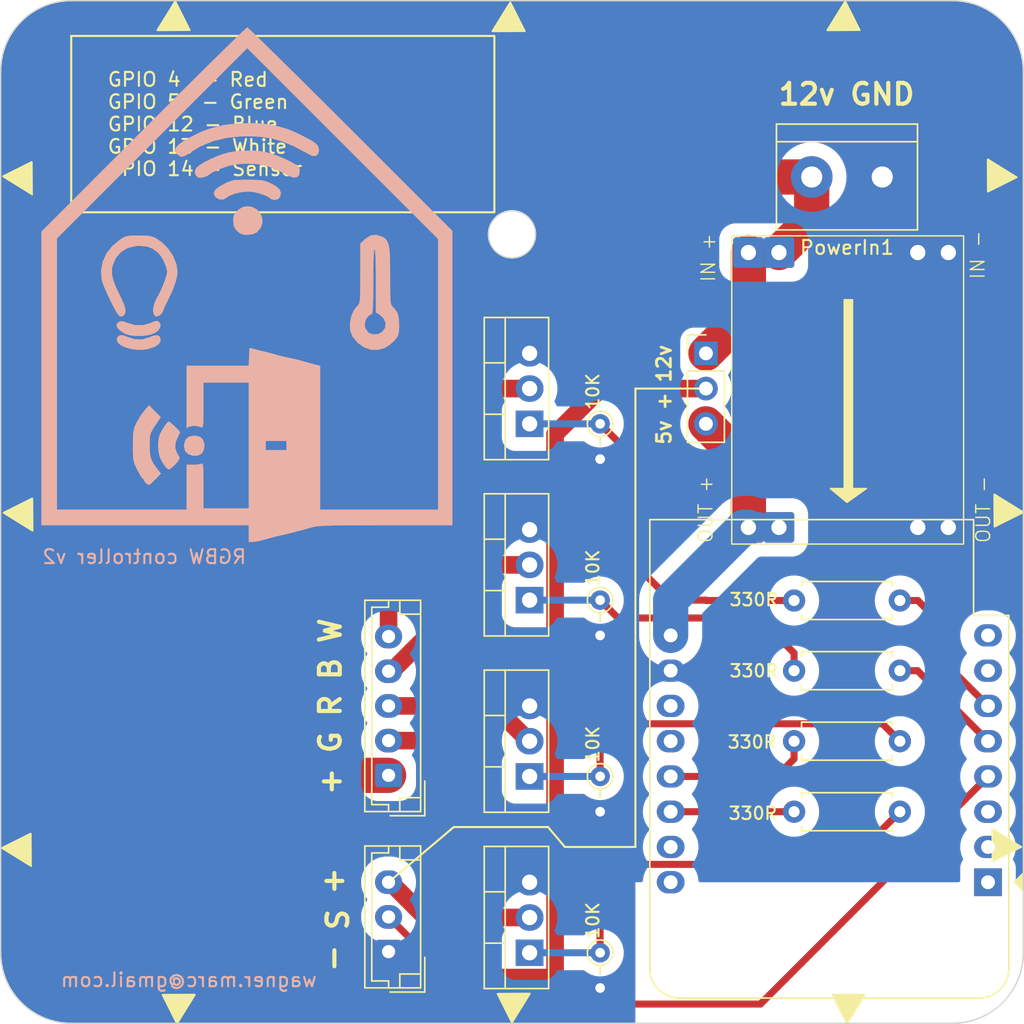
<source format=kicad_pcb>
(kicad_pcb (version 20240108) (generator "pcbnew") (generator_version "8.0")
  (layers (0 "F.Cu" signal) (31 "B.Cu" signal) (34 "B.Paste" user) (35 "F.Paste" user) (36 "B.SilkS" user "B.Silkscreen") (37 "F.SilkS" user "F.Silkscreen") (38 "B.Mask" user) (39 "F.Mask" user) (44 "Edge.Cuts" user))
  (net 0 "")
  (net 2 "/b_power")
  (net 3 "/w_power")
  (net 4 "/g_power")
  (net 5 "GND")
  (net 6 "+12V")
  (net 7 "+5V")
  (net 8 "/r_power")
  (net 9 "/sensor")
  (net 10 "/PWR")
  (net 15 "Net-(Q1-G)")
  (net 16 "Net-(Q2-G)")
  (net 20 "Net-(Q3-G)")
  (net 21 "Net-(Q4-G)")
  (net 22 "/r_signal")
  (net 23 "/g_signal")
  (net 24 "/b_signal")
  (net 25 "/w_signal")
  (footprint "Connector_JST:JST_EH_B3B-EH-A_1x03_P2.50mm_Vertical" (layer "F.Cu") (at 83.82 93.9 90)
    (property "Reference" "J2" (hide yes))
    (property "Value" "sensor")
    (pad "1" thru_hole roundrect (at 0 0 90) (size 1.7 1.95) (drill 0.95) (layers "*.Cu" "*.Mask") (roundrect_rratio 0.147059) (net 5 "GND"))
    (pad "2" thru_hole oval (at 2.5 0 90) (size 1.7 1.95) (drill 0.95) (layers "*.Cu" "*.Mask") (net 9 "/sensor"))
    (pad "3" thru_hole oval (at 5 0 90) (size 1.7 1.95) (drill 0.95) (layers "*.Cu" "*.Mask") (net 10 "/PWR"))
  )
  (footprint "Package_TO_SOT_THT:TO-220-3_Vertical" (layer "F.Cu") (at 93.98 68.58 90)
    (property "Reference" "Q3" (hide yes))
    (property "Value" "IRLZ44N")
    (pad "1" thru_hole rect (at 0 0 90) (size 1.905 2) (drill 1.1) (layers "*.Cu" "*.Mask") (net 20 "Net-(Q3-G)"))
    (pad "2" thru_hole oval (at 2.54 0 90) (size 1.905 2) (drill 1.1) (layers "*.Cu" "*.Mask") (net 2 "/b_power"))
    (pad "3" thru_hole oval (at 5.08 0 90) (size 1.905 2) (drill 1.1) (layers "*.Cu" "*.Mask") (net 5 "GND"))
  )
  (footprint "Connector_JST:JST_EH_B5B-EH-A_1x05_P2.50mm_Vertical" (layer "F.Cu") (at 83.82 81.2 90)
    (property "Reference" "J1" (hide yes))
    (property "Value" "RGBW_connector")
    (pad "1" thru_hole roundrect (at 0 0 90) (size 1.7 1.95) (drill 0.95) (layers "*.Cu" "*.Mask") (roundrect_rratio 0.147059) (net 6 "+12V"))
    (pad "2" thru_hole oval (at 2.5 0 90) (size 1.7 1.95) (drill 0.95) (layers "*.Cu" "*.Mask") (net 8 "/r_power"))
    (pad "3" thru_hole oval (at 5 0 90) (size 1.7 1.95) (drill 0.95) (layers "*.Cu" "*.Mask") (net 4 "/g_power"))
    (pad "4" thru_hole oval (at 7.5 0 90) (size 1.7 1.95) (drill 0.95) (layers "*.Cu" "*.Mask") (net 2 "/b_power"))
    (pad "5" thru_hole oval (at 10 0 90) (size 1.7 1.95) (drill 0.95) (layers "*.Cu" "*.Mask") (net 3 "/w_power"))
  )
  (footprint "Resistor_THT:R_Axial_DIN0204_L3.6mm_D1.6mm_P2.54mm_Vertical" (layer "F.Cu") (at 99.06 68.58 -90)
    (property "Reference" "R6" (hide yes))
    (property "Value" "10K")
    (pad "1" thru_hole circle (at 0 0 270) (size 1.4 1.4) (drill 0.7) (layers "*.Cu" "*.Mask") (net 20 "Net-(Q3-G)"))
    (pad "2" thru_hole oval (at 2.54 0 270) (size 1.4 1.4) (drill 0.7) (layers "*.Cu" "*.Mask") (net 5 "GND"))
  )
  (footprint "Package_TO_SOT_THT:TO-220-3_Vertical" (layer "F.Cu") (at 93.98 55.88 90)
    (property "Reference" "Q4" (hide yes))
    (property "Value" "IRLZ44N")
    (pad "1" thru_hole rect (at 0 0 90) (size 1.905 2) (drill 1.1) (layers "*.Cu" "*.Mask") (net 21 "Net-(Q4-G)"))
    (pad "2" thru_hole oval (at 2.54 0 90) (size 1.905 2) (drill 1.1) (layers "*.Cu" "*.Mask") (net 3 "/w_power"))
    (pad "3" thru_hole oval (at 5.08 0 90) (size 1.905 2) (drill 1.1) (layers "*.Cu" "*.Mask") (net 5 "GND"))
  )
  (footprint "Resistor_THT:R_Axial_DIN0204_L3.6mm_D1.6mm_P2.54mm_Vertical" (layer "F.Cu") (at 99.06 55.88 -90)
    (property "Reference" "R8" (hide yes))
    (property "Value" "10K")
    (pad "1" thru_hole circle (at 0 0 270) (size 1.4 1.4) (drill 0.7) (layers "*.Cu" "*.Mask") (net 21 "Net-(Q4-G)"))
    (pad "2" thru_hole oval (at 2.54 0 270) (size 1.4 1.4) (drill 0.7) (layers "*.Cu" "*.Mask") (net 5 "GND"))
  )
  (footprint "Resistor_THT:R_Axial_DIN0207_L6.3mm_D2.5mm_P7.62mm_Horizontal" (layer "F.Cu") (at 113.03 73.66)
    (property "Reference" "R5" (hide yes))
    (property "Value" "330R")
    (pad "1" thru_hole circle (at 0 0) (size 1.6 1.6) (drill 0.8) (layers "*.Cu" "*.Mask") (net 20 "Net-(Q3-G)"))
    (pad "2" thru_hole oval (at 7.62 0) (size 1.6 1.6) (drill 0.8) (layers "*.Cu" "*.Mask") (net 24 "/b_signal"))
  )
  (footprint "Module:WEMOS_D1_mini_light" (layer "F.Cu") (at 127 88.9 180)
    (property "Reference" "U1" (hide yes))
    (property "Value" "WeMos_D1_mini")
    (pad "1" thru_hole rect (at 0 0 180) (size 2 2) (drill 1) (layers "*.Cu" "*.Mask"))
    (pad "2" thru_hole oval (at 0 2.54 180) (size 2 1.6) (drill 1) (layers "*.Cu" "*.Mask"))
    (pad "3" thru_hole oval (at 0 5.08 180) (size 2 1.6) (drill 1) (layers "*.Cu" "*.Mask"))
    (pad "4" thru_hole oval (at 0 7.62 180) (size 2 1.6) (drill 1) (layers "*.Cu" "*.Mask") (net 9 "/sensor"))
    (pad "5" thru_hole oval (at 0 10.16 180) (size 2 1.6) (drill 1) (layers "*.Cu" "*.Mask") (net 24 "/b_signal"))
    (pad "6" thru_hole oval (at 0 12.7 180) (size 2 1.6) (drill 1) (layers "*.Cu" "*.Mask") (net 25 "/w_signal"))
    (pad "7" thru_hole oval (at 0 15.24 180) (size 2 1.6) (drill 1) (layers "*.Cu" "*.Mask"))
    (pad "8" thru_hole oval (at 0 17.78 180) (size 2 1.6) (drill 1) (layers "*.Cu" "*.Mask"))
    (pad "9" thru_hole oval (at 22.86 17.78 180) (size 2 1.6) (drill 1) (layers "*.Cu" "*.Mask") (net 7 "+5V"))
    (pad "10" thru_hole oval (at 22.86 15.24 180) (size 2 1.6) (drill 1) (layers "*.Cu" "*.Mask") (net 5 "GND"))
    (pad "11" thru_hole oval (at 22.86 12.7 180) (size 2 1.6) (drill 1) (layers "*.Cu" "*.Mask"))
    (pad "12" thru_hole oval (at 22.86 10.16 180) (size 2 1.6) (drill 1) (layers "*.Cu" "*.Mask"))
    (pad "13" thru_hole oval (at 22.86 7.62 180) (size 2 1.6) (drill 1) (layers "*.Cu" "*.Mask") (net 22 "/r_signal"))
    (pad "14" thru_hole oval (at 22.86 5.08 180) (size 2 1.6) (drill 1) (layers "*.Cu" "*.Mask") (net 23 "/g_signal"))
    (pad "15" thru_hole oval (at 22.86 2.54 180) (size 2 1.6) (drill 1) (layers "*.Cu" "*.Mask"))
    (pad "16" thru_hole oval (at 22.86 0 180) (size 2 1.6) (drill 1) (layers "*.Cu" "*.Mask"))
  )
  (footprint "Resistor_THT:R_Axial_DIN0204_L3.6mm_D1.6mm_P2.54mm_Vertical" (layer "F.Cu") (at 99.06 93.98 -90)
    (property "Reference" "R2" (hide yes))
    (property "Value" "10K")
    (pad "1" thru_hole circle (at 0 0 270) (size 1.4 1.4) (drill 0.7) (layers "*.Cu" "*.Mask") (net 15 "Net-(Q1-G)"))
    (pad "2" thru_hole oval (at 2.54 0 270) (size 1.4 1.4) (drill 0.7) (layers "*.Cu" "*.Mask") (net 5 "GND"))
  )
  (footprint "Resistor_THT:R_Axial_DIN0204_L3.6mm_D1.6mm_P2.54mm_Vertical" (layer "F.Cu") (at 99.06 81.28 -90)
    (property "Reference" "R4" (hide yes))
    (property "Value" "10K")
    (pad "1" thru_hole circle (at 0 0 270) (size 1.4 1.4) (drill 0.7) (layers "*.Cu" "*.Mask") (net 16 "Net-(Q2-G)"))
    (pad "2" thru_hole oval (at 2.54 0 270) (size 1.4 1.4) (drill 0.7) (layers "*.Cu" "*.Mask") (net 5 "GND"))
  )
  (footprint "TerminalBlock:TerminalBlock_bornier-2_P5.08mm" (layer "F.Cu") (at 119.38 38.1 180)
    (property "Reference" "PowerIn1" (at 2.54 -5.08 0) (layer "F.SilkS"))
    (property "Value" "Screw_Terminal_01x02")
    (pad "1" thru_hole rect (at 0 0 180) (size 3 3) (drill 1.52) (layers "*.Cu" "*.Mask") (net 5 "GND"))
    (pad "2" thru_hole circle (at 5.08 0 180) (size 3 3) (drill 1.52) (layers "*.Cu" "*.Mask") (net 6 "+12V"))
  )
  (footprint "Package_TO_SOT_THT:TO-220-3_Vertical" (layer "F.Cu") (at 93.98 93.98 90)
    (property "Reference" "Q1" (hide yes))
    (property "Value" "IRLZ44N")
    (pad "1" thru_hole rect (at 0 0 90) (size 1.905 2) (drill 1.1) (layers "*.Cu" "*.Mask") (net 15 "Net-(Q1-G)"))
    (pad "2" thru_hole oval (at 2.54 0 90) (size 1.905 2) (drill 1.1) (layers "*.Cu" "*.Mask") (net 4 "/g_power"))
    (pad "3" thru_hole oval (at 5.08 0 90) (size 1.905 2) (drill 1.1) (layers "*.Cu" "*.Mask") (net 5 "GND"))
  )
  (footprint "mini360:buck_converter 16.8x22,14" (layer "F.Cu") (at 116.84 53.34 90)
    (property "Reference" "U2" (hide yes))
    (property "Value" "mini-360")
    (fp_text user "OUT -" (at -11.2 10.4 90) (layer "F.SilkS") (effects (font (thickness 0.1)) (justify left bottom)))
    (fp_text user "IN +" (at 7.6 -9.4 90) (layer "F.SilkS") (effects (font (thickness 0.1)) (justify left bottom)))
    (fp_text user "OUT +" (at -11.2 -9.6 90) (layer "F.SilkS") (effects (font (thickness 0.1)) (justify left bottom)))
    (fp_text user "IN -" (at 7.8 10 90) (layer "F.SilkS") (effects (font (thickness 0.1)) (justify left bottom)))
    (pad "1" thru_hole roundrect (at 9.8 5.1 90) (size 2.2 2.2) (drill 1.1) (layers "*.Cu" "*.Mask") (roundrect_rratio 0.09090909091) (net 5 "GND"))
    (pad "1" thru_hole roundrect (at 9.8 7.3 90) (size 2.2 2.2) (drill 1.1) (layers "*.Cu" "*.Mask") (roundrect_rratio 0.09090909091) (net 5 "GND"))
    (pad "2" thru_hole roundrect (at 9.8 -7.1 90) (size 2.2 2.2) (drill 1.1) (layers "*.Cu" "*.Mask") (roundrect_rratio 0.09090909091) (net 6 "+12V"))
    (pad "2" thru_hole roundrect (at 9.8 -4.9 90) (size 2.2 2.2) (drill 1.1) (layers "*.Cu" "*.Mask") (roundrect_rratio 0.09090909091) (net 6 "+12V"))
    (pad "3" thru_hole roundrect (at -10 5.1 90) (size 2.2 2.2) (drill 1.1) (layers "*.Cu" "*.Mask") (roundrect_rratio 0.09090909091) (net 5 "GND"))
    (pad "3" thru_hole roundrect (at -10 7.3 90) (size 2.2 2.2) (drill 1.1) (layers "*.Cu" "*.Mask") (roundrect_rratio 0.09090909091) (net 5 "GND"))
    (pad "4" thru_hole roundrect (at -10 -7.1 90) (size 2.2 2.2) (drill 1.1) (layers "*.Cu" "*.Mask") (roundrect_rratio 0.09090909091) (net 7 "+5V"))
    (pad "4" thru_hole roundrect (at -10 -4.9 90) (size 2.2 2.2) (drill 1.1) (layers "*.Cu" "*.Mask") (roundrect_rratio 0.09090909091) (net 7 "+5V"))
  )
  (footprint "Connector_PinHeader_2.54mm:PinHeader_1x03_P2.54mm_Vertical" (layer "F.Cu") (at 106.68 50.8)
    (property "Reference" "J3" (hide yes))
    (property "Value" "power_select")
    (pad "1" thru_hole rect (at 0 0) (size 1.7 1.7) (drill 1) (layers "*.Cu" "*.Mask") (net 6 "+12V"))
    (pad "2" thru_hole oval (at 0 2.54) (size 1.7 1.7) (drill 1) (layers "*.Cu" "*.Mask") (net 10 "/PWR"))
    (pad "3" thru_hole oval (at 0 5.08) (size 1.7 1.7) (drill 1) (layers "*.Cu" "*.Mask") (net 7 "+5V"))
  )
  (footprint "Resistor_THT:R_Axial_DIN0207_L6.3mm_D2.5mm_P7.62mm_Horizontal" (layer "F.Cu") (at 120.65 83.82 180)
    (property "Reference" "R1" (hide yes))
    (property "Value" "330R")
    (pad "1" thru_hole circle (at 0 0 180) (size 1.6 1.6) (drill 0.8) (layers "*.Cu" "*.Mask") (net 15 "Net-(Q1-G)"))
    (pad "2" thru_hole oval (at 7.62 0 180) (size 1.6 1.6) (drill 0.8) (layers "*.Cu" "*.Mask") (net 23 "/g_signal"))
  )
  (footprint "Resistor_THT:R_Axial_DIN0207_L6.3mm_D2.5mm_P7.62mm_Horizontal" (layer "F.Cu") (at 120.65 78.74 180)
    (property "Reference" "R3" (hide yes))
    (property "Value" "330R")
    (pad "1" thru_hole circle (at 0 0 180) (size 1.6 1.6) (drill 0.8) (layers "*.Cu" "*.Mask") (net 16 "Net-(Q2-G)"))
    (pad "2" thru_hole oval (at 7.62 0 180) (size 1.6 1.6) (drill 0.8) (layers "*.Cu" "*.Mask") (net 22 "/r_signal"))
  )
  (footprint "Package_TO_SOT_THT:TO-220-3_Vertical" (layer "F.Cu") (at 93.98 81.28 90)
    (property "Reference" "Q2" (hide yes))
    (property "Value" "IRLZ44N")
    (pad "1" thru_hole rect (at 0 0 90) (size 1.905 2) (drill 1.1) (layers "*.Cu" "*.Mask") (net 16 "Net-(Q2-G)"))
    (pad "2" thru_hole oval (at 2.54 0 90) (size 1.905 2) (drill 1.1) (layers "*.Cu" "*.Mask") (net 8 "/r_power"))
    (pad "3" thru_hole oval (at 5.08 0 90) (size 1.905 2) (drill 1.1) (layers "*.Cu" "*.Mask") (net 5 "GND"))
  )
  (footprint "Resistor_THT:R_Axial_DIN0207_L6.3mm_D2.5mm_P7.62mm_Horizontal" (layer "F.Cu") (at 113.03 68.607215)
    (property "Reference" "R7" (hide yes))
    (property "Value" "330R")
    (pad "1" thru_hole circle (at 0 0) (size 1.6 1.6) (drill 0.8) (layers "*.Cu" "*.Mask") (net 21 "Net-(Q4-G)"))
    (pad "2" thru_hole oval (at 7.62 0) (size 1.6 1.6) (drill 0.8) (layers "*.Cu" "*.Mask") (net 25 "/w_signal"))
  )
  (footprint "LOGO" (layer "B.Cu") (at 73.66 45.72 180)
    (property "Reference" "G***" (hide yes))
    (property "Value" "LOGO" (hide yes))
  )
  (footprint "LOGO" (layer "B.Cu") (at 73.66 45.72 180)
    (property "Reference" "G***" (hide yes))
    (property "Value" "LOGO" (hide yes))
  )
  (gr_poly (pts (xy 129.515067 62.250303) (xy 127.474148 63.27132) (xy 127.46066 60.977872)) (stroke (width 0.15)) (fill solid) (layer "F.SilkS"))
  (gr_poly (pts (xy 56.107404 62.286087) (xy 58.148323 61.26507) (xy 58.161811 63.558518)) (stroke (width 0.15)) (fill solid) (layer "F.SilkS"))
  (gr_line (start 101.6 86.36) (end 96.52 86.36) (stroke (width 0.15)) (layer "F.SilkS"))
  (gr_poly (pts (xy 56.06705 38.053909) (xy 58.107969 37.032892) (xy 58.121457 39.32634)) (stroke (width 0.15)) (fill solid) (layer "F.SilkS"))
  (gr_rect (start 60.96 27.94) (end 91.44 40.64) (stroke (width 0.15)) (fill none) (layer "F.SilkS"))
  (gr_poly (pts (xy 55.990896 86.432193) (xy 58.031815 85.411176) (xy 58.045303 87.704624)) (stroke (width 0.15)) (fill solid) (layer "F.SilkS"))
  (gr_line (start 101.6 53.34) (end 101.6 86.36) (stroke (width 0.15)) (layer "F.SilkS"))
  (gr_line (start 96.52 86.36) (end 95.30665 84.924694) (stroke (width 0.15)) (layer "F.SilkS"))
  (gr_poly (pts (xy 92.586746 25.540144) (xy 93.607763 27.581063) (xy 91.314315 27.594551)) (stroke (width 0.15)) (fill solid) (layer "F.SilkS"))
  (gr_poly (pts (xy 116.714315 25.465206) (xy 117.735332 27.506125) (xy 115.441884 27.519613)) (stroke (width 0.15)) (fill solid) (layer "F.SilkS"))
  (gr_line (start 88.515502 84.924694) (end 83.82 88.9) (stroke (width 0.15)) (layer "F.SilkS"))
  (gr_line (start 95.30665 84.924694) (end 88.515502 84.924694) (stroke (width 0.15)) (layer "F.SilkS"))
  (gr_poly (pts (xy 68.454315 25.465206) (xy 69.475332 27.506125) (xy 67.181884 27.519613)) (stroke (width 0.15)) (fill solid) (layer "F.SilkS"))
  (gr_poly (pts (xy 129.371496 86.357133) (xy 127.330577 87.37815) (xy 127.317089 85.084702)) (stroke (width 0.15)) (fill solid) (layer "F.SilkS"))
  (gr_poly (pts (xy 92.707569 98.985062) (xy 91.686552 96.944143) (xy 93.98 96.930655)) (stroke (width 0.15)) (fill solid) (layer "F.SilkS"))
  (gr_poly (pts (xy 68.58 99.06) (xy 67.558983 97.019081) (xy 69.852431 97.005593)) (stroke (width 0.15)) (fill solid) (layer "F.SilkS"))
  (gr_poly (pts (xy 116.84 99.06) (xy 115.818983 97.019081) (xy 118.112431 97.005593)) (stroke (width 0.15)) (fill solid) (layer "F.SilkS"))
  (gr_line (start 106.68 53.34) (end 101.6 53.34) (stroke (width 0.15)) (layer "F.SilkS"))
  (gr_poly (pts (xy 129.040919 38.117872) (xy 127 39.138889) (xy 126.986512 36.845441)) (stroke (width 0.15)) (fill solid) (layer "F.SilkS"))
  (gr_arc (start 55.88 30.48) (mid 57.367898 26.887898) (end 60.96 25.4) (stroke (width 0.1)) (layer "Edge.Cuts"))
  (gr_arc (start 124.46 25.4) (mid 128.052102 26.887898) (end 129.54 30.48) (stroke (width 0.1)) (layer "Edge.Cuts"))
  (gr_arc (start 60.96 99.06) (mid 57.367898 97.572102) (end 55.88 93.98) (stroke (width 0.1)) (layer "Edge.Cuts"))
  (gr_line (start 129.54 30.48) (end 129.54 93.98) (stroke (width 0.1)) (layer "Edge.Cuts"))
  (gr_circle (center 92.71 42.23) (end 94.41 42.23) (stroke (width 0.1)) (fill none) (layer "Edge.Cuts"))
  (gr_line (start 60.96 25.4) (end 124.46 25.4) (stroke (width 0.1)) (layer "Edge.Cuts"))
  (gr_arc (start 129.54 93.98) (mid 128.052102 97.572102) (end 124.46 99.06) (stroke (width 0.1)) (layer "Edge.Cuts"))
  (gr_line (start 55.88 93.98) (end 55.88 30.48) (stroke (width 0.1)) (layer "Edge.Cuts"))
  (gr_line (start 124.46 99.06) (end 60.96 99.06) (stroke (width 0.1)) (layer "Edge.Cuts"))
  (gr_text "RGBW controller v2" (at 73.66 66.04 0) (layer "B.SilkS") (effects (font (size 1 1)) (justify left bottom mirror)))
  (gr_text "wagner.marc@gmail.com" (at 78.74 96.52 0) (layer "B.SilkS") (effects (font (size 1 1)) (justify left bottom mirror)))
  (gr_text "330R" (at 108.294545 69.071503 0) (layer "F.SilkS") (effects (font (size 0.9 0.9)) (justify left bottom)))
  (gr_text "10K" (at 99.06 80.36 90) (layer "F.SilkS") (effects (font (size 0.9 0.9)) (justify left bottom)))
  (gr_text "12v GND" (at 111.76 33.02 0) (layer "F.SilkS") (effects (font (size 1.5 1.5) (thickness 0.3) (bold yes)) (justify left bottom)))
  (gr_text "10K" (at 99.06 93.06 90) (layer "F.SilkS") (effects (font (size 0.9 0.9)) (justify left bottom)))
  (gr_text "330R" (at 108.164668 79.331835 0) (layer "F.SilkS") (effects (font (size 0.9 0.9)) (justify left bottom)))
  (gr_text "5v + 12v" (at 104.251088 57.48404 90) (layer "F.SilkS") (effects (font (size 1 1) (thickness 0.2) (bold yes)) (justify left bottom)))
  (gr_text "330R" (at 108.229606 84.462001 0) (layer "F.SilkS") (effects (font (size 0.9 0.9)) (justify left bottom)))
  (gr_text "+ G R B W" (at 80.501385 82.761774 90) (layer "F.SilkS") (effects (font (size 1.5 1.5) (thickness 0.3) (bold yes)) (justify left bottom)))
  (gr_text "+ S -" (at 79.145719 87.680006 -90) (layer "F.SilkS") (effects (font (size 1.5 1.5) (thickness 0.3) (bold yes)) (justify left bottom)))
  (gr_text "330R" (at 108.294545 74.201669 0) (layer "F.SilkS") (effects (font (size 0.9 0.9)) (justify left bottom)))
  (gr_text "GPIO 4  - Red\nGPIO 5  - Green\nGPIO 12 - Blue\nGPIO 13 - White\nGPIO 14 - Sensor" (at 63.5 38.1 0) (layer "F.SilkS") (effects (font (size 1 1)) (justify left bottom)))
  (gr_text "10K" (at 99.06 54.96 90) (layer "F.SilkS") (effects (font (size 0.9 0.9)) (justify left bottom)))
  (gr_text "10K" (at 99.06 67.66 90) (layer "F.SilkS") (effects (font (size 0.9 0.9)) (justify left bottom)))
  (segment (start 93.98 66.04) (end 91.71 66.04) (width 1.27) (layer "F.Cu") (net 2))
  (segment (start 84.05 73.7) (end 83.82 73.7) (width 1.27) (layer "F.Cu") (net 2))
  (segment (start 91.71 66.04) (end 84.05 73.7) (width 1.27) (layer "F.Cu") (net 2))
  (segment (start 83.82 61.23) (end 83.82 71.2) (width 1.27) (layer "F.Cu") (net 3))
  (segment (start 91.71 53.34) (end 83.82 61.23) (width 1.27) (layer "F.Cu") (net 3))
  (segment (start 93.98 53.34) (end 91.71 53.34) (width 1.27) (layer "F.Cu") (net 3))
  (segment (start 93.9325 78.74) (end 91.3925 76.2) (width 1.27) (layer "F.Cu") (net 4))
  (segment (start 93.98 78.74) (end 93.9325 78.74) (width 1.27) (layer "F.Cu") (net 4))
  (segment (start 91.3925 76.2) (end 83.82 76.2) (width 1.27) (layer "F.Cu") (net 4))
  (segment (start 78.74 50.8) (end 78.74 78.74) (width 2.54) (layer "F.Cu") (net 6))
  (segment (start 114.3 38.1) (end 91.44 38.1) (width 2.54) (layer "F.Cu") (net 6))
  (segment (start 78.74 78.74) (end 81.2 81.2) (width 2.54) (layer "F.Cu") (net 6))
  (segment (start 109.74 43.54) (end 109.74 47.74) (width 2.54) (layer "F.Cu") (net 6))
  (segment (start 91.44 38.1) (end 78.74 50.8) (width 2.54) (layer "F.Cu") (net 6))
  (segment (start 81.2 81.2) (end 83.82 81.2) (width 2.54) (layer "F.Cu") (net 6))
  (segment (start 114.3 38.1) (end 114.3 41.18) (width 2.54) (layer "F.Cu") (net 6))
  (segment (start 114.3 41.18) (end 111.94 43.54) (width 2.54) (layer "F.Cu") (net 6))
  (segment (start 109.74 47.74) (end 106.68 50.8) (width 2.54) (layer "F.Cu") (net 6))
  (segment (start 109.74 58.94) (end 106.68 55.88) (width 2.54) (layer "F.Cu") (net 7))
  (segment (start 109.74 63.34) (end 109.74 58.94) (width 2.54) (layer "F.Cu") (net 7))
  (segment (start 104.14 68.58) (end 104.14 71.12) (width 2.54) (layer "B.Cu") (net 7))
  (segment (start 109.74 63.34) (end 109.38 63.34) (width 2.54) (layer "B.Cu") (net 7))
  (segment (start 109.38 63.34) (end 104.14 68.58) (width 2.54) (layer "B.Cu") (net 7))
  (segment (start 86.32 78.7) (end 83.82 78.7) (width 1.27) (layer "F.Cu") (net 8))
  (segment (start 91.44 91.44) (end 88.9 88.9) (width 1.27) (layer "F.Cu") (net 8))
  (segment (start 88.9 88.9) (end 88.9 81.28) (width 1.27) (layer "F.Cu") (net 8))
  (segment (start 93.98 91.44) (end 91.44 91.44) (width 1.27) (layer "F.Cu") (net 8))
  (segment (start 88.9 81.28) (end 86.32 78.7) (width 1.27) (layer "F.Cu") (net 8))
  (segment (start 90.094 97.674) (end 83.82 91.4) (width 0.508) (layer "F.Cu") (net 9))
  (segment (start 110.606 97.674) (end 90.094 97.674) (width 0.508) (layer "F.Cu") (net 9))
  (segment (start 127 81.28) (end 110.606 97.674) (width 0.508) (layer "F.Cu") (net 9))
  (segment (start 95.815 56.620407) (end 95.815 95.7675) (width 1.27) (layer "F.Cu") (net 10))
  (segment (start 106.68 53.34) (end 99.095407 53.34) (width 1.27) (layer "F.Cu") (net 10))
  (segment (start 83.945 88.9) (end 83.82 88.9) (width 1.27) (layer "F.Cu") (net 10))
  (segment (start 90.8125 95.7675) (end 83.945 88.9) (width 1.27) (layer "F.Cu") (net 10))
  (segment (start 95.815 95.7675) (end 90.8125 95.7675) (width 1.27) (layer "F.Cu") (net 10))
  (segment (start 99.095407 53.34) (end 95.815 56.620407) (width 1.27) (layer "F.Cu") (net 10))
  (segment (start 99.06 88.9) (end 99.06 93.98) (width 0.508) (layer "F.Cu") (net 15))
  (segment (start 116.856 87.614) (end 100.346 87.614) (width 0.508) (layer "F.Cu") (net 15))
  (segment (start 120.65 83.82) (end 116.856 87.614) (width 0.508) (layer "F.Cu") (net 15))
  (segment (start 100.346 87.614) (end 99.06 88.9) (width 0.508) (layer "F.Cu") (net 15))
  (segment (start 93.98 93.98) (end 99.06 93.98) (width 0.508) (layer "B.Cu") (net 15))
  (segment (start 119.396 77.486) (end 100.314 77.486) (width 0.508) (layer "F.Cu") (net 16))
  (segment (start 120.65 78.74) (end 119.396 77.486) (width 0.508) (layer "F.Cu") (net 16))
  (segment (start 99.06 78.74) (end 99.06 81.28) (width 0.508) (layer "F.Cu") (net 16))
  (segment (start 100.314 77.486) (end 99.06 78.74) (width 0.508) (layer "F.Cu") (net 16))
  (segment (start 93.98 81.28) (end 99.06 81.28) (width 0.508) (layer "B.Cu") (net 16))
  (segment (start 100.346 69.866) (end 110.506 69.866) (width 0.508) (layer "F.Cu") (net 20))
  (segment (start 99.06 68.58) (end 100.346 69.866) (width 0.508) (layer "F.Cu") (net 20))
  (segment (start 110.506 69.866) (end 113.03 72.39) (width 0.508) (layer "F.Cu") (net 20))
  (segment (start 113.03 72.39) (end 113.03 73.66) (width 0.508) (layer "F.Cu") (net 20))
  (segment (start 93.98 68.58) (end 99.06 68.58) (width 0.508) (layer "B.Cu") (net 20))
  (segment (start 101.6 66.04) (end 104.14 68.58) (width 0.508) (layer "F.Cu") (net 21))
  (segment (start 99.06 55.88) (end 101.6 58.42) (width 0.508) (layer "F.Cu") (net 21))
  (segment (start 101.6 58.42) (end 101.6 66.04) (width 0.508) (layer "F.Cu") (net 21))
  (segment (start 106.707215 68.607215) (end 113.03 68.607215) (width 0.508) (layer "F.Cu") (net 21))
  (segment (start 106.68 68.58) (end 106.707215 68.607215) (width 0.508) (layer "F.Cu") (net 21))
  (segment (start 104.14 68.58) (end 106.68 68.58) (width 0.508) (layer "F.Cu") (net 21))
  (segment (start 93.98 55.88) (end 99.06 55.88) (width 0.508) (layer "B.Cu") (net 21))
  (segment (start 113.03 78.74) (end 113.03 80.01) (width 0.508) (layer "F.Cu") (net 22))
  (segment (start 111.76 81.28) (end 104.14 81.28) (width 0.508) (layer "F.Cu") (net 22))
  (segment (start 113.03 80.01) (end 111.76 81.28) (width 0.508) (layer "F.Cu") (net 22))
  (segment (start 104.14 83.82) (end 113.03 83.82) (width 0.508) (layer "F.Cu") (net 23))
  (segment (start 121.92 73.66) (end 127 78.74) (width 0.508) (layer "F.Cu") (net 24))
  (segment (start 120.65 73.66) (end 121.92 73.66) (width 0.508) (layer "F.Cu") (net 24))
  (segment (start 124.46 73.66) (end 127 76.2) (width 0.508) (layer "F.Cu") (net 25))
  (segment (start 124.46 71.12) (end 124.46 73.66) (width 0.508) (layer "F.Cu") (net 25))
  (segment (start 120.65 68.607215) (end 121.947215 68.607215) (width 0.508) (layer "F.Cu") (net 25))
  (segment (start 121.947215 68.607215) (end 124.46 71.12) (width 0.508) (layer "F.Cu") (net 25))
  (zone (net 5) (net_name "GND") (layer "B.Cu") (connect_pads yes (clearance 1)) (min_thickness 0.25) (fill yes (thermal_gap 0.5) (thermal_bridge_width 0.5) (smoothing chamfer) (island_removal_mode 1) (island_area_min 10))
    (polygon (pts (xy 129.54 88.9) (xy 101.6 88.9) (xy 101.6 99.06) (xy 78.74 99.06) (xy 55.88 99.06) (xy 55.88 25.4) (xy 129.54 25.4)))
  )
)
</source>
